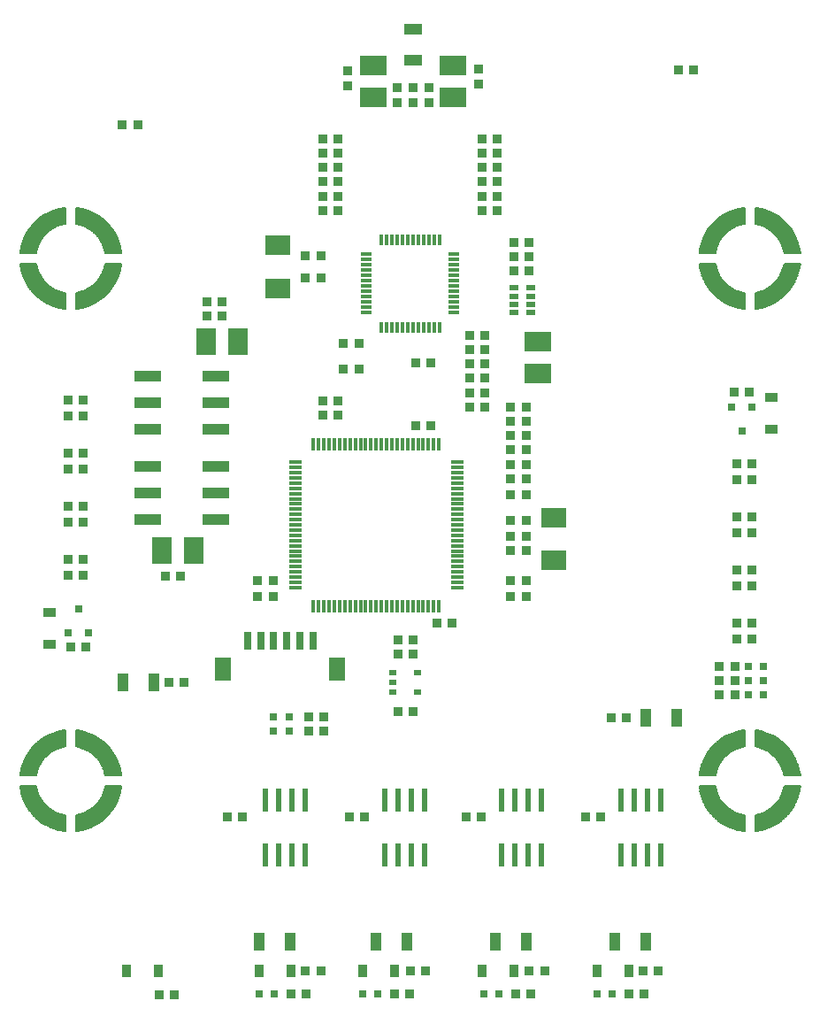
<source format=gtp>
G75*
%MOIN*%
%OFA0B0*%
%FSLAX24Y24*%
%IPPOS*%
%LPD*%
%AMOC8*
5,1,8,0,0,1.08239X$1,22.5*
%
%ADD10R,0.0315X0.0217*%
%ADD11R,0.0120X0.0400*%
%ADD12R,0.0400X0.0120*%
%ADD13R,0.0472X0.0118*%
%ADD14R,0.0118X0.0472*%
%ADD15R,0.0300X0.0300*%
%ADD16R,0.0945X0.0748*%
%ADD17R,0.0320X0.0360*%
%ADD18R,0.0360X0.0320*%
%ADD19R,0.0984X0.0768*%
%ADD20R,0.0768X0.0984*%
%ADD21R,0.0709X0.0394*%
%ADD22R,0.0394X0.0709*%
%ADD23R,0.0276X0.0709*%
%ADD24R,0.0630X0.0866*%
%ADD25R,0.0984X0.0394*%
%ADD26R,0.0354X0.0197*%
%ADD27C,0.0050*%
%ADD28R,0.0236X0.0866*%
%ADD29R,0.0472X0.0335*%
%ADD30R,0.0335X0.0472*%
D10*
X018988Y015386D03*
X018988Y015760D03*
X018988Y016134D03*
X019932Y016134D03*
X019932Y015386D03*
D11*
X019940Y029150D03*
X019740Y029150D03*
X019540Y029150D03*
X019340Y029150D03*
X019140Y029150D03*
X018940Y029150D03*
X018740Y029150D03*
X018540Y029150D03*
X020140Y029150D03*
X020340Y029150D03*
X020540Y029150D03*
X020740Y029150D03*
X020740Y032450D03*
X020540Y032450D03*
X020340Y032450D03*
X020140Y032450D03*
X019940Y032450D03*
X019740Y032450D03*
X019540Y032450D03*
X019340Y032450D03*
X019140Y032450D03*
X018940Y032450D03*
X018740Y032450D03*
X018540Y032450D03*
D12*
X017990Y031900D03*
X017990Y031700D03*
X017990Y031500D03*
X017990Y031300D03*
X017990Y031100D03*
X017990Y030900D03*
X017990Y030700D03*
X017990Y030500D03*
X017990Y030300D03*
X017990Y030100D03*
X017990Y029900D03*
X017990Y029700D03*
X021290Y029700D03*
X021290Y029900D03*
X021290Y030100D03*
X021290Y030300D03*
X021290Y030500D03*
X021290Y030700D03*
X021290Y030900D03*
X021290Y031100D03*
X021290Y031300D03*
X021290Y031500D03*
X021290Y031700D03*
X021290Y031900D03*
D13*
X021411Y024062D03*
X021411Y023865D03*
X021411Y023669D03*
X021411Y023472D03*
X021411Y023275D03*
X021411Y023078D03*
X021411Y022881D03*
X021411Y022684D03*
X021411Y022487D03*
X021411Y022291D03*
X021411Y022094D03*
X021411Y021897D03*
X021411Y021700D03*
X021411Y021503D03*
X021411Y021306D03*
X021411Y021109D03*
X021411Y020913D03*
X021411Y020716D03*
X021411Y020519D03*
X021411Y020322D03*
X021411Y020125D03*
X021411Y019928D03*
X021411Y019731D03*
X021411Y019535D03*
X021411Y019338D03*
X015309Y019338D03*
X015309Y019535D03*
X015309Y019731D03*
X015309Y019928D03*
X015309Y020125D03*
X015309Y020322D03*
X015309Y020519D03*
X015309Y020716D03*
X015309Y020913D03*
X015309Y021109D03*
X015309Y021306D03*
X015309Y021503D03*
X015309Y021700D03*
X015309Y021897D03*
X015309Y022094D03*
X015309Y022291D03*
X015309Y022487D03*
X015309Y022684D03*
X015309Y022881D03*
X015309Y023078D03*
X015309Y023275D03*
X015309Y023472D03*
X015309Y023669D03*
X015309Y023865D03*
X015309Y024062D03*
D14*
X015998Y024751D03*
X016195Y024751D03*
X016391Y024751D03*
X016588Y024751D03*
X016785Y024751D03*
X016982Y024751D03*
X017179Y024751D03*
X017376Y024751D03*
X017573Y024751D03*
X017769Y024751D03*
X017966Y024751D03*
X018163Y024751D03*
X018360Y024751D03*
X018557Y024751D03*
X018754Y024751D03*
X018951Y024751D03*
X019147Y024751D03*
X019344Y024751D03*
X019541Y024751D03*
X019738Y024751D03*
X019935Y024751D03*
X020132Y024751D03*
X020329Y024751D03*
X020525Y024751D03*
X020722Y024751D03*
X020722Y018649D03*
X020525Y018649D03*
X020329Y018649D03*
X020132Y018649D03*
X019935Y018649D03*
X019738Y018649D03*
X019541Y018649D03*
X019344Y018649D03*
X019147Y018649D03*
X018951Y018649D03*
X018754Y018649D03*
X018557Y018649D03*
X018360Y018649D03*
X018163Y018649D03*
X017966Y018649D03*
X017769Y018649D03*
X017573Y018649D03*
X017376Y018649D03*
X017179Y018649D03*
X016982Y018649D03*
X016785Y018649D03*
X016588Y018649D03*
X016391Y018649D03*
X016195Y018649D03*
X015998Y018649D03*
D15*
X015070Y014460D03*
X015070Y013920D03*
X014490Y013920D03*
X014490Y014460D03*
X007515Y017650D03*
X006765Y017650D03*
X007140Y018550D03*
X013950Y004020D03*
X014530Y004020D03*
X017850Y004020D03*
X018430Y004020D03*
X022410Y004020D03*
X022990Y004020D03*
X026670Y004020D03*
X027250Y004020D03*
X032370Y015300D03*
X032370Y015840D03*
X032370Y016380D03*
X032950Y016380D03*
X032950Y015840D03*
X032950Y015300D03*
X032140Y025250D03*
X031765Y026150D03*
X032515Y026150D03*
D16*
X025040Y021967D03*
X025040Y020353D03*
X014660Y030613D03*
X014660Y032227D03*
D17*
X015690Y031840D03*
X016270Y031840D03*
X016270Y031000D03*
X015690Y031000D03*
X017130Y028540D03*
X017710Y028540D03*
X017710Y027580D03*
X017130Y027580D03*
X016930Y026380D03*
X016930Y025840D03*
X016350Y025840D03*
X016350Y026380D03*
X019850Y025440D03*
X020430Y025440D03*
X021870Y026140D03*
X021870Y026680D03*
X021870Y027220D03*
X021870Y027760D03*
X021870Y028300D03*
X021870Y028840D03*
X022450Y028840D03*
X022450Y028300D03*
X022450Y027760D03*
X022450Y027220D03*
X022450Y026680D03*
X022450Y026140D03*
X023430Y026140D03*
X024010Y026140D03*
X024010Y025600D03*
X024010Y025060D03*
X024010Y024520D03*
X024010Y023980D03*
X024010Y023440D03*
X023430Y023440D03*
X023430Y023980D03*
X023430Y024520D03*
X023430Y025060D03*
X023430Y025600D03*
X023430Y022840D03*
X024010Y022840D03*
X024010Y021880D03*
X023430Y021880D03*
X023430Y021280D03*
X023430Y020740D03*
X024010Y020740D03*
X024010Y021280D03*
X024010Y019600D03*
X023430Y019600D03*
X023430Y019000D03*
X024010Y019000D03*
X021230Y018000D03*
X020650Y018000D03*
X019750Y017380D03*
X019750Y016840D03*
X019170Y016840D03*
X019170Y017380D03*
X019170Y014680D03*
X019750Y014680D03*
X016390Y014460D03*
X016390Y013920D03*
X015810Y013920D03*
X015810Y014460D03*
X017350Y010700D03*
X017930Y010700D03*
X021750Y010700D03*
X022330Y010700D03*
X026250Y010700D03*
X026830Y010700D03*
X027210Y014440D03*
X027790Y014440D03*
X031290Y015300D03*
X031290Y015840D03*
X031290Y016380D03*
X031870Y016380D03*
X031870Y015840D03*
X031870Y015300D03*
X031950Y017400D03*
X032530Y017400D03*
X032530Y018000D03*
X031950Y018000D03*
X031950Y019400D03*
X032530Y019400D03*
X032530Y020000D03*
X031950Y020000D03*
X031950Y021400D03*
X032530Y021400D03*
X032530Y022000D03*
X031950Y022000D03*
X031950Y023400D03*
X032530Y023400D03*
X032530Y024000D03*
X031950Y024000D03*
X031850Y026700D03*
X032430Y026700D03*
X024130Y031260D03*
X024130Y031800D03*
X024130Y032340D03*
X023550Y032340D03*
X023550Y031800D03*
X023550Y031260D03*
X022930Y033540D03*
X022930Y034080D03*
X022930Y034620D03*
X022930Y035160D03*
X022930Y035700D03*
X022930Y036240D03*
X022350Y036240D03*
X022350Y035700D03*
X022350Y035160D03*
X022350Y034620D03*
X022350Y034080D03*
X022350Y033540D03*
X016930Y033540D03*
X016930Y034080D03*
X016930Y034620D03*
X016930Y035160D03*
X016930Y035700D03*
X016930Y036240D03*
X016350Y036240D03*
X016350Y035700D03*
X016350Y035160D03*
X016350Y034620D03*
X016350Y034080D03*
X016350Y033540D03*
X012550Y030100D03*
X012550Y029560D03*
X011970Y029560D03*
X011970Y030100D03*
X007330Y026400D03*
X006750Y026400D03*
X006750Y025800D03*
X007330Y025800D03*
X007330Y024400D03*
X006750Y024400D03*
X006750Y023800D03*
X007330Y023800D03*
X007330Y022400D03*
X006750Y022400D03*
X006750Y021800D03*
X007330Y021800D03*
X007330Y020400D03*
X006750Y020400D03*
X006750Y019800D03*
X007330Y019800D03*
X007430Y017100D03*
X006850Y017100D03*
X010550Y015780D03*
X011130Y015780D03*
X013890Y019000D03*
X013890Y019600D03*
X014470Y019600D03*
X014470Y019000D03*
X010990Y019780D03*
X010410Y019780D03*
X012750Y010700D03*
X013330Y010700D03*
X015690Y004900D03*
X016270Y004900D03*
X015730Y004020D03*
X015150Y004020D03*
X019050Y004020D03*
X019630Y004020D03*
X019650Y004900D03*
X020230Y004900D03*
X023610Y004020D03*
X024190Y004020D03*
X024130Y004900D03*
X024710Y004900D03*
X027870Y004020D03*
X028450Y004020D03*
X028410Y004900D03*
X028990Y004900D03*
X010750Y004000D03*
X010170Y004000D03*
X019850Y027800D03*
X020430Y027800D03*
X029750Y038820D03*
X030330Y038820D03*
X009370Y036780D03*
X008790Y036780D03*
D18*
X017300Y038230D03*
X017300Y038810D03*
X019140Y038170D03*
X019140Y037590D03*
X019740Y037590D03*
X019740Y038170D03*
X020340Y038170D03*
X020340Y037590D03*
X022220Y038290D03*
X022220Y038870D03*
D19*
X021240Y039000D03*
X021240Y037800D03*
X018240Y037800D03*
X018240Y039000D03*
X024440Y028600D03*
X024440Y027400D03*
D20*
X013160Y028600D03*
X011960Y028600D03*
X011500Y020720D03*
X010300Y020720D03*
D21*
X019760Y039189D03*
X019760Y040371D03*
D22*
X009991Y015780D03*
X008809Y015780D03*
X013949Y006000D03*
X015131Y006000D03*
X018349Y006000D03*
X019531Y006000D03*
X022849Y006000D03*
X024031Y006000D03*
X027349Y006000D03*
X028531Y006000D03*
X028509Y014440D03*
X029691Y014440D03*
D23*
X015970Y017323D03*
X015478Y017323D03*
X014986Y017323D03*
X014494Y017323D03*
X014002Y017323D03*
X013510Y017323D03*
D24*
X012584Y016260D03*
X016896Y016260D03*
D25*
X012320Y021900D03*
X012320Y022900D03*
X012320Y023900D03*
X012320Y025300D03*
X012320Y026300D03*
X012320Y027300D03*
X009760Y027300D03*
X009760Y026300D03*
X009760Y025300D03*
X009760Y023900D03*
X009760Y022900D03*
X009760Y021900D03*
D26*
X023565Y029688D03*
X023565Y030003D03*
X023565Y030317D03*
X023565Y030632D03*
X024195Y030632D03*
X024195Y030317D03*
X024195Y030003D03*
X024195Y029688D03*
D27*
X030574Y031310D02*
X030642Y031083D01*
X030737Y030867D01*
X030858Y030664D01*
X031003Y030478D01*
X031170Y030311D01*
X031357Y030166D01*
X031560Y030044D01*
X031776Y029949D01*
X032002Y029882D01*
X032235Y029843D01*
X032235Y030443D01*
X032055Y030483D01*
X031882Y030549D01*
X031721Y030638D01*
X031573Y030749D01*
X031442Y030880D01*
X031331Y031028D01*
X031242Y031190D01*
X031176Y031362D01*
X031135Y031543D01*
X030535Y031543D01*
X030574Y031310D01*
X030575Y031309D02*
X031196Y031309D01*
X031178Y031358D02*
X030566Y031358D01*
X030558Y031406D02*
X031166Y031406D01*
X031155Y031455D02*
X030550Y031455D01*
X030542Y031503D02*
X031144Y031503D01*
X031215Y031261D02*
X030589Y031261D01*
X030604Y031212D02*
X031233Y031212D01*
X031256Y031164D02*
X030618Y031164D01*
X030633Y031115D02*
X031283Y031115D01*
X031310Y031067D02*
X030649Y031067D01*
X030671Y031018D02*
X031338Y031018D01*
X031375Y030970D02*
X030692Y030970D01*
X030713Y030921D02*
X031411Y030921D01*
X031450Y030873D02*
X030735Y030873D01*
X030763Y030824D02*
X031498Y030824D01*
X031547Y030776D02*
X030792Y030776D01*
X030821Y030727D02*
X031603Y030727D01*
X031667Y030679D02*
X030850Y030679D01*
X030885Y030630D02*
X031736Y030630D01*
X031824Y030582D02*
X030923Y030582D01*
X030960Y030533D02*
X031925Y030533D01*
X032052Y030485D02*
X030998Y030485D01*
X031045Y030436D02*
X032235Y030436D01*
X032235Y030388D02*
X031094Y030388D01*
X031142Y030339D02*
X032235Y030339D01*
X032235Y030291D02*
X031196Y030291D01*
X031259Y030242D02*
X032235Y030242D01*
X032235Y030194D02*
X031321Y030194D01*
X031391Y030145D02*
X032235Y030145D01*
X032235Y030097D02*
X031472Y030097D01*
X031554Y030048D02*
X032235Y030048D01*
X032235Y030000D02*
X031662Y030000D01*
X031772Y029951D02*
X032235Y029951D01*
X032235Y029903D02*
X031933Y029903D01*
X032167Y029854D02*
X032235Y029854D01*
X032635Y029854D02*
X032704Y029854D01*
X032635Y029843D02*
X032868Y029882D01*
X033095Y029949D01*
X033311Y030044D01*
X033514Y030166D01*
X033700Y030311D01*
X033867Y030478D01*
X034012Y030664D01*
X034133Y030867D01*
X034228Y031083D01*
X034296Y031310D01*
X034335Y031543D01*
X033735Y031543D01*
X033694Y031362D01*
X033629Y031190D01*
X033539Y031028D01*
X033428Y030880D01*
X033298Y030749D01*
X033150Y030638D01*
X032988Y030549D01*
X032815Y030483D01*
X032635Y030443D01*
X032635Y029843D01*
X032635Y029903D02*
X032938Y029903D01*
X033098Y029951D02*
X032635Y029951D01*
X032635Y030000D02*
X033209Y030000D01*
X033317Y030048D02*
X032635Y030048D01*
X032635Y030097D02*
X033398Y030097D01*
X033479Y030145D02*
X032635Y030145D01*
X032635Y030194D02*
X033550Y030194D01*
X033612Y030242D02*
X032635Y030242D01*
X032635Y030291D02*
X033674Y030291D01*
X033728Y030339D02*
X032635Y030339D01*
X032635Y030388D02*
X033777Y030388D01*
X033825Y030436D02*
X032635Y030436D01*
X032819Y030485D02*
X033872Y030485D01*
X033910Y030533D02*
X032946Y030533D01*
X033047Y030582D02*
X033948Y030582D01*
X033986Y030630D02*
X033135Y030630D01*
X033203Y030679D02*
X034021Y030679D01*
X034050Y030727D02*
X033268Y030727D01*
X033324Y030776D02*
X034079Y030776D01*
X034108Y030824D02*
X033372Y030824D01*
X033421Y030873D02*
X034136Y030873D01*
X034157Y030921D02*
X033459Y030921D01*
X033496Y030970D02*
X034178Y030970D01*
X034200Y031018D02*
X033532Y031018D01*
X033561Y031067D02*
X034221Y031067D01*
X034238Y031115D02*
X033588Y031115D01*
X033614Y031164D02*
X034252Y031164D01*
X034267Y031212D02*
X033637Y031212D01*
X033656Y031261D02*
X034281Y031261D01*
X034296Y031309D02*
X033674Y031309D01*
X033693Y031358D02*
X034304Y031358D01*
X034312Y031406D02*
X033704Y031406D01*
X033715Y031455D02*
X034320Y031455D01*
X034329Y031503D02*
X033726Y031503D01*
X033735Y031943D02*
X034335Y031943D01*
X034296Y032175D01*
X034228Y032402D01*
X034133Y032618D01*
X034012Y032821D01*
X033867Y033007D01*
X033700Y033174D01*
X033514Y033320D01*
X033311Y033441D01*
X033095Y033536D01*
X032868Y033603D01*
X032635Y033643D01*
X032635Y033043D01*
X032815Y033002D01*
X032988Y032936D01*
X033150Y032847D01*
X033298Y032736D01*
X033428Y032605D01*
X033539Y032457D01*
X033629Y032295D01*
X033694Y032123D01*
X033735Y031943D01*
X033725Y031988D02*
X034328Y031988D01*
X034319Y032037D02*
X033714Y032037D01*
X033703Y032085D02*
X034311Y032085D01*
X034303Y032134D02*
X033690Y032134D01*
X033672Y032182D02*
X034294Y032182D01*
X034280Y032231D02*
X033653Y032231D01*
X033635Y032279D02*
X034265Y032279D01*
X034251Y032328D02*
X033611Y032328D01*
X033584Y032376D02*
X034236Y032376D01*
X034218Y032425D02*
X033557Y032425D01*
X033528Y032473D02*
X034197Y032473D01*
X034176Y032522D02*
X033491Y032522D01*
X033455Y032570D02*
X034154Y032570D01*
X034133Y032619D02*
X033415Y032619D01*
X033366Y032667D02*
X034104Y032667D01*
X034075Y032716D02*
X033318Y032716D01*
X033260Y032764D02*
X034046Y032764D01*
X034017Y032813D02*
X033195Y032813D01*
X033124Y032861D02*
X033981Y032861D01*
X033943Y032910D02*
X033036Y032910D01*
X032930Y032958D02*
X033906Y032958D01*
X033868Y033007D02*
X032794Y033007D01*
X032635Y033055D02*
X033819Y033055D01*
X033771Y033104D02*
X032635Y033104D01*
X032635Y033152D02*
X033722Y033152D01*
X033666Y033201D02*
X032635Y033201D01*
X032635Y033249D02*
X033604Y033249D01*
X033542Y033298D02*
X032635Y033298D01*
X032635Y033346D02*
X033469Y033346D01*
X033388Y033395D02*
X032635Y033395D01*
X032635Y033443D02*
X033305Y033443D01*
X033195Y033492D02*
X032635Y033492D01*
X032635Y033540D02*
X033080Y033540D01*
X032918Y033589D02*
X032635Y033589D01*
X032635Y033637D02*
X032668Y033637D01*
X032235Y033637D02*
X032203Y033637D01*
X032235Y033643D02*
X032002Y033603D01*
X031776Y033536D01*
X031560Y033441D01*
X031357Y033320D01*
X031170Y033174D01*
X031003Y033007D01*
X032077Y033007D01*
X032055Y033002D02*
X032235Y033043D01*
X032235Y033643D01*
X032235Y033589D02*
X031953Y033589D01*
X031791Y033540D02*
X032235Y033540D01*
X032235Y033492D02*
X031676Y033492D01*
X031565Y033443D02*
X032235Y033443D01*
X032235Y033395D02*
X031483Y033395D01*
X031401Y033346D02*
X032235Y033346D01*
X032235Y033298D02*
X031329Y033298D01*
X031266Y033249D02*
X032235Y033249D01*
X032235Y033201D02*
X031204Y033201D01*
X031148Y033152D02*
X032235Y033152D01*
X032235Y033104D02*
X031100Y033104D01*
X031051Y033055D02*
X032235Y033055D01*
X032055Y033002D02*
X031882Y032936D01*
X031721Y032847D01*
X031573Y032736D01*
X031442Y032605D01*
X031331Y032457D01*
X031242Y032295D01*
X031176Y032123D01*
X031135Y031943D01*
X030535Y031943D01*
X030574Y032175D01*
X030642Y032402D01*
X030737Y032618D01*
X030858Y032821D01*
X031003Y033007D01*
X030965Y032958D02*
X031940Y032958D01*
X031835Y032910D02*
X030927Y032910D01*
X030889Y032861D02*
X031747Y032861D01*
X031675Y032813D02*
X030853Y032813D01*
X030824Y032764D02*
X031611Y032764D01*
X031553Y032716D02*
X030795Y032716D01*
X030766Y032667D02*
X031504Y032667D01*
X031456Y032619D02*
X030738Y032619D01*
X030716Y032570D02*
X031416Y032570D01*
X031379Y032522D02*
X030695Y032522D01*
X030673Y032473D02*
X031343Y032473D01*
X031313Y032425D02*
X030652Y032425D01*
X030634Y032376D02*
X031286Y032376D01*
X031260Y032328D02*
X030620Y032328D01*
X030605Y032279D02*
X031236Y032279D01*
X031217Y032231D02*
X030591Y032231D01*
X030576Y032182D02*
X031199Y032182D01*
X031180Y032134D02*
X030567Y032134D01*
X030559Y032085D02*
X031168Y032085D01*
X031157Y032037D02*
X030551Y032037D01*
X030543Y031988D02*
X031146Y031988D01*
X032235Y013957D02*
X032002Y013918D01*
X031776Y013851D01*
X031560Y013756D01*
X031357Y013634D01*
X031170Y013489D01*
X031003Y013322D01*
X030858Y013136D01*
X030737Y012933D01*
X030642Y012717D01*
X030574Y012490D01*
X030535Y012257D01*
X031135Y012257D01*
X031176Y012438D01*
X031242Y012610D01*
X031331Y012772D01*
X031442Y012920D01*
X031573Y013051D01*
X031721Y013162D01*
X031882Y013251D01*
X032055Y013317D01*
X032235Y013357D01*
X032235Y013957D01*
X032235Y013946D02*
X032167Y013946D01*
X032235Y013897D02*
X031933Y013897D01*
X031772Y013849D02*
X032235Y013849D01*
X032235Y013800D02*
X031662Y013800D01*
X031554Y013752D02*
X032235Y013752D01*
X032235Y013703D02*
X031472Y013703D01*
X031391Y013655D02*
X032235Y013655D01*
X032235Y013606D02*
X031321Y013606D01*
X031259Y013558D02*
X032235Y013558D01*
X032235Y013509D02*
X031196Y013509D01*
X031142Y013461D02*
X032235Y013461D01*
X032235Y013412D02*
X031094Y013412D01*
X031045Y013364D02*
X032235Y013364D01*
X032052Y013315D02*
X030998Y013315D01*
X030960Y013267D02*
X031925Y013267D01*
X031824Y013218D02*
X030923Y013218D01*
X030885Y013170D02*
X031736Y013170D01*
X031667Y013121D02*
X030850Y013121D01*
X030821Y013073D02*
X031603Y013073D01*
X031547Y013024D02*
X030792Y013024D01*
X030763Y012976D02*
X031498Y012976D01*
X031450Y012927D02*
X030735Y012927D01*
X030713Y012879D02*
X031411Y012879D01*
X031375Y012830D02*
X030692Y012830D01*
X030671Y012782D02*
X031338Y012782D01*
X031310Y012733D02*
X030649Y012733D01*
X030633Y012685D02*
X031283Y012685D01*
X031256Y012636D02*
X030618Y012636D01*
X030604Y012588D02*
X031233Y012588D01*
X031215Y012539D02*
X030589Y012539D01*
X030575Y012491D02*
X031196Y012491D01*
X031178Y012442D02*
X030566Y012442D01*
X030558Y012394D02*
X031166Y012394D01*
X031155Y012345D02*
X030550Y012345D01*
X030542Y012297D02*
X031144Y012297D01*
X031135Y011857D02*
X030535Y011857D01*
X030574Y011625D01*
X030642Y011398D01*
X030737Y011182D01*
X030858Y010979D01*
X031003Y010793D01*
X032077Y010793D01*
X032055Y010798D02*
X031882Y010864D01*
X031721Y010953D01*
X031573Y011064D01*
X031442Y011195D01*
X031331Y011343D01*
X031242Y011505D01*
X031176Y011677D01*
X031135Y011857D01*
X031146Y011812D02*
X030543Y011812D01*
X030551Y011763D02*
X031157Y011763D01*
X031168Y011715D02*
X030559Y011715D01*
X030567Y011666D02*
X031180Y011666D01*
X031199Y011618D02*
X030576Y011618D01*
X030591Y011569D02*
X031217Y011569D01*
X031236Y011521D02*
X030605Y011521D01*
X030620Y011472D02*
X031260Y011472D01*
X031286Y011424D02*
X030634Y011424D01*
X030652Y011375D02*
X031313Y011375D01*
X031343Y011327D02*
X030673Y011327D01*
X030695Y011278D02*
X031379Y011278D01*
X031416Y011230D02*
X030716Y011230D01*
X030738Y011181D02*
X031456Y011181D01*
X031504Y011133D02*
X030766Y011133D01*
X030795Y011084D02*
X031553Y011084D01*
X031611Y011036D02*
X030824Y011036D01*
X030853Y010987D02*
X031675Y010987D01*
X031747Y010939D02*
X030889Y010939D01*
X030927Y010890D02*
X031835Y010890D01*
X031940Y010842D02*
X030965Y010842D01*
X031003Y010793D02*
X031170Y010626D01*
X031357Y010480D01*
X031560Y010359D01*
X031776Y010264D01*
X032002Y010197D01*
X032235Y010157D01*
X032235Y010757D01*
X032055Y010798D01*
X032235Y010745D02*
X031051Y010745D01*
X031100Y010696D02*
X032235Y010696D01*
X032235Y010648D02*
X031148Y010648D01*
X031204Y010599D02*
X032235Y010599D01*
X032235Y010551D02*
X031266Y010551D01*
X031329Y010502D02*
X032235Y010502D01*
X032235Y010454D02*
X031401Y010454D01*
X031483Y010405D02*
X032235Y010405D01*
X032235Y010357D02*
X031565Y010357D01*
X031676Y010308D02*
X032235Y010308D01*
X032235Y010260D02*
X031791Y010260D01*
X031953Y010211D02*
X032235Y010211D01*
X032235Y010163D02*
X032203Y010163D01*
X032635Y010163D02*
X032668Y010163D01*
X032635Y010157D02*
X032868Y010197D01*
X033095Y010264D01*
X033311Y010359D01*
X033514Y010480D01*
X033700Y010626D01*
X033867Y010793D01*
X034012Y010979D01*
X034133Y011182D01*
X034228Y011398D01*
X034296Y011625D01*
X034335Y011857D01*
X033735Y011857D01*
X033694Y011677D01*
X033629Y011505D01*
X033539Y011343D01*
X033428Y011195D01*
X033298Y011064D01*
X033150Y010953D01*
X032988Y010864D01*
X032815Y010798D01*
X032635Y010757D01*
X032635Y010157D01*
X032635Y010211D02*
X032918Y010211D01*
X033080Y010260D02*
X032635Y010260D01*
X032635Y010308D02*
X033195Y010308D01*
X033305Y010357D02*
X032635Y010357D01*
X032635Y010405D02*
X033388Y010405D01*
X033469Y010454D02*
X032635Y010454D01*
X032635Y010502D02*
X033542Y010502D01*
X033604Y010551D02*
X032635Y010551D01*
X032635Y010599D02*
X033666Y010599D01*
X033722Y010648D02*
X032635Y010648D01*
X032635Y010696D02*
X033771Y010696D01*
X033819Y010745D02*
X032635Y010745D01*
X032794Y010793D02*
X033868Y010793D01*
X033906Y010842D02*
X032930Y010842D01*
X033036Y010890D02*
X033943Y010890D01*
X033981Y010939D02*
X033124Y010939D01*
X033195Y010987D02*
X034017Y010987D01*
X034046Y011036D02*
X033260Y011036D01*
X033318Y011084D02*
X034075Y011084D01*
X034104Y011133D02*
X033366Y011133D01*
X033415Y011181D02*
X034133Y011181D01*
X034154Y011230D02*
X033455Y011230D01*
X033491Y011278D02*
X034176Y011278D01*
X034197Y011327D02*
X033528Y011327D01*
X033557Y011375D02*
X034218Y011375D01*
X034236Y011424D02*
X033584Y011424D01*
X033611Y011472D02*
X034251Y011472D01*
X034265Y011521D02*
X033635Y011521D01*
X033653Y011569D02*
X034280Y011569D01*
X034294Y011618D02*
X033672Y011618D01*
X033690Y011666D02*
X034303Y011666D01*
X034311Y011715D02*
X033703Y011715D01*
X033714Y011763D02*
X034319Y011763D01*
X034328Y011812D02*
X033725Y011812D01*
X033735Y012257D02*
X034335Y012257D01*
X034296Y012490D01*
X034228Y012717D01*
X034133Y012933D01*
X034012Y013136D01*
X033867Y013322D01*
X033700Y013489D01*
X033514Y013634D01*
X033311Y013756D01*
X033095Y013851D01*
X032868Y013918D01*
X032635Y013957D01*
X032635Y013357D01*
X032815Y013317D01*
X032988Y013251D01*
X033150Y013162D01*
X033298Y013051D01*
X033428Y012920D01*
X033539Y012772D01*
X033629Y012610D01*
X033694Y012438D01*
X033735Y012257D01*
X033726Y012297D02*
X034329Y012297D01*
X034320Y012345D02*
X033715Y012345D01*
X033704Y012394D02*
X034312Y012394D01*
X034304Y012442D02*
X033693Y012442D01*
X033674Y012491D02*
X034296Y012491D01*
X034281Y012539D02*
X033656Y012539D01*
X033637Y012588D02*
X034267Y012588D01*
X034252Y012636D02*
X033614Y012636D01*
X033588Y012685D02*
X034238Y012685D01*
X034221Y012733D02*
X033561Y012733D01*
X033532Y012782D02*
X034200Y012782D01*
X034178Y012830D02*
X033496Y012830D01*
X033459Y012879D02*
X034157Y012879D01*
X034136Y012927D02*
X033421Y012927D01*
X033372Y012976D02*
X034108Y012976D01*
X034079Y013024D02*
X033324Y013024D01*
X033268Y013073D02*
X034050Y013073D01*
X034021Y013121D02*
X033203Y013121D01*
X033135Y013170D02*
X033986Y013170D01*
X033948Y013218D02*
X033047Y013218D01*
X032946Y013267D02*
X033910Y013267D01*
X033872Y013315D02*
X032819Y013315D01*
X032635Y013364D02*
X033825Y013364D01*
X033777Y013412D02*
X032635Y013412D01*
X032635Y013461D02*
X033728Y013461D01*
X033674Y013509D02*
X032635Y013509D01*
X032635Y013558D02*
X033612Y013558D01*
X033550Y013606D02*
X032635Y013606D01*
X032635Y013655D02*
X033479Y013655D01*
X033398Y013703D02*
X032635Y013703D01*
X032635Y013752D02*
X033317Y013752D01*
X033209Y013800D02*
X032635Y013800D01*
X032635Y013849D02*
X033098Y013849D01*
X032938Y013897D02*
X032635Y013897D01*
X032635Y013946D02*
X032704Y013946D01*
X008745Y012257D02*
X008706Y012490D01*
X008638Y012717D01*
X008543Y012933D01*
X008422Y013136D01*
X008277Y013322D01*
X008110Y013489D01*
X007923Y013634D01*
X007720Y013756D01*
X007504Y013851D01*
X007278Y013918D01*
X007045Y013957D01*
X007045Y013357D01*
X007225Y013317D01*
X007398Y013251D01*
X007559Y013162D01*
X007707Y013051D01*
X007838Y012920D01*
X007949Y012772D01*
X008038Y012610D01*
X008104Y012438D01*
X008145Y012257D01*
X008745Y012257D01*
X008738Y012297D02*
X008136Y012297D01*
X008125Y012345D02*
X008730Y012345D01*
X008722Y012394D02*
X008114Y012394D01*
X008102Y012442D02*
X008714Y012442D01*
X008705Y012491D02*
X008084Y012491D01*
X008065Y012539D02*
X008691Y012539D01*
X008676Y012588D02*
X008047Y012588D01*
X008024Y012636D02*
X008662Y012636D01*
X008647Y012685D02*
X007997Y012685D01*
X007970Y012733D02*
X008631Y012733D01*
X008609Y012782D02*
X007942Y012782D01*
X007905Y012830D02*
X008588Y012830D01*
X008567Y012879D02*
X007869Y012879D01*
X007830Y012927D02*
X008545Y012927D01*
X008517Y012976D02*
X007782Y012976D01*
X007733Y013024D02*
X008488Y013024D01*
X008459Y013073D02*
X007677Y013073D01*
X007613Y013121D02*
X008430Y013121D01*
X008395Y013170D02*
X007544Y013170D01*
X007456Y013218D02*
X008357Y013218D01*
X008320Y013267D02*
X007355Y013267D01*
X007228Y013315D02*
X008282Y013315D01*
X008235Y013364D02*
X007045Y013364D01*
X007045Y013412D02*
X008186Y013412D01*
X008138Y013461D02*
X007045Y013461D01*
X007045Y013509D02*
X008084Y013509D01*
X008021Y013558D02*
X007045Y013558D01*
X007045Y013606D02*
X007959Y013606D01*
X007889Y013655D02*
X007045Y013655D01*
X007045Y013703D02*
X007808Y013703D01*
X007726Y013752D02*
X007045Y013752D01*
X007045Y013800D02*
X007618Y013800D01*
X007508Y013849D02*
X007045Y013849D01*
X007045Y013897D02*
X007347Y013897D01*
X007113Y013946D02*
X007045Y013946D01*
X006645Y013946D02*
X006576Y013946D01*
X006645Y013957D02*
X006412Y013918D01*
X006185Y013851D01*
X005969Y013756D01*
X005766Y013634D01*
X005580Y013489D01*
X005413Y013322D01*
X005268Y013136D01*
X005147Y012933D01*
X005052Y012717D01*
X004984Y012490D01*
X004945Y012257D01*
X005545Y012257D01*
X005586Y012438D01*
X005651Y012610D01*
X005741Y012772D01*
X005852Y012920D01*
X005982Y013051D01*
X006130Y013162D01*
X006292Y013251D01*
X006465Y013317D01*
X006645Y013357D01*
X006645Y013957D01*
X006645Y013897D02*
X006342Y013897D01*
X006182Y013849D02*
X006645Y013849D01*
X006645Y013800D02*
X006071Y013800D01*
X005963Y013752D02*
X006645Y013752D01*
X006645Y013703D02*
X005882Y013703D01*
X005801Y013655D02*
X006645Y013655D01*
X006645Y013606D02*
X005730Y013606D01*
X005668Y013558D02*
X006645Y013558D01*
X006645Y013509D02*
X005606Y013509D01*
X005552Y013461D02*
X006645Y013461D01*
X006645Y013412D02*
X005503Y013412D01*
X005455Y013364D02*
X006645Y013364D01*
X006461Y013315D02*
X005408Y013315D01*
X005370Y013267D02*
X006334Y013267D01*
X006233Y013218D02*
X005332Y013218D01*
X005294Y013170D02*
X006145Y013170D01*
X006077Y013121D02*
X005259Y013121D01*
X005230Y013073D02*
X006012Y013073D01*
X005956Y013024D02*
X005201Y013024D01*
X005172Y012976D02*
X005908Y012976D01*
X005859Y012927D02*
X005144Y012927D01*
X005123Y012879D02*
X005821Y012879D01*
X005784Y012830D02*
X005102Y012830D01*
X005080Y012782D02*
X005748Y012782D01*
X005719Y012733D02*
X005059Y012733D01*
X005042Y012685D02*
X005692Y012685D01*
X005666Y012636D02*
X005028Y012636D01*
X005013Y012588D02*
X005643Y012588D01*
X005624Y012539D02*
X004999Y012539D01*
X004984Y012491D02*
X005606Y012491D01*
X005587Y012442D02*
X004976Y012442D01*
X004968Y012394D02*
X005576Y012394D01*
X005565Y012345D02*
X004960Y012345D01*
X004951Y012297D02*
X005554Y012297D01*
X005545Y011857D02*
X004945Y011857D01*
X004984Y011625D01*
X005052Y011398D01*
X005147Y011182D01*
X005268Y010979D01*
X005413Y010793D01*
X005580Y010626D01*
X005766Y010480D01*
X005969Y010359D01*
X006185Y010264D01*
X006412Y010197D01*
X006645Y010157D01*
X006645Y010757D01*
X006465Y010798D01*
X006292Y010864D01*
X006130Y010953D01*
X005982Y011064D01*
X005852Y011195D01*
X005741Y011343D01*
X005651Y011505D01*
X005586Y011677D01*
X005545Y011857D01*
X005555Y011812D02*
X004952Y011812D01*
X004961Y011763D02*
X005566Y011763D01*
X005577Y011715D02*
X004969Y011715D01*
X004977Y011666D02*
X005590Y011666D01*
X005608Y011618D02*
X004986Y011618D01*
X005000Y011569D02*
X005627Y011569D01*
X005645Y011521D02*
X005015Y011521D01*
X005029Y011472D02*
X005669Y011472D01*
X005696Y011424D02*
X005044Y011424D01*
X005062Y011375D02*
X005723Y011375D01*
X005752Y011327D02*
X005083Y011327D01*
X005104Y011278D02*
X005789Y011278D01*
X005825Y011230D02*
X005126Y011230D01*
X005147Y011181D02*
X005865Y011181D01*
X005914Y011133D02*
X005176Y011133D01*
X005205Y011084D02*
X005962Y011084D01*
X006020Y011036D02*
X005234Y011036D01*
X005263Y010987D02*
X006085Y010987D01*
X006156Y010939D02*
X005299Y010939D01*
X005337Y010890D02*
X006244Y010890D01*
X006350Y010842D02*
X005374Y010842D01*
X005412Y010793D02*
X006486Y010793D01*
X006645Y010745D02*
X005461Y010745D01*
X005509Y010696D02*
X006645Y010696D01*
X006645Y010648D02*
X005558Y010648D01*
X005614Y010599D02*
X006645Y010599D01*
X006645Y010551D02*
X005676Y010551D01*
X005738Y010502D02*
X006645Y010502D01*
X006645Y010454D02*
X005811Y010454D01*
X005892Y010405D02*
X006645Y010405D01*
X006645Y010357D02*
X005975Y010357D01*
X006085Y010308D02*
X006645Y010308D01*
X006645Y010260D02*
X006200Y010260D01*
X006362Y010211D02*
X006645Y010211D01*
X006645Y010163D02*
X006612Y010163D01*
X007045Y010163D02*
X007077Y010163D01*
X007045Y010157D02*
X007278Y010197D01*
X007504Y010264D01*
X007720Y010359D01*
X007923Y010480D01*
X008110Y010626D01*
X008277Y010793D01*
X007203Y010793D01*
X007225Y010798D02*
X007045Y010757D01*
X007045Y010157D01*
X007045Y010211D02*
X007327Y010211D01*
X007489Y010260D02*
X007045Y010260D01*
X007045Y010308D02*
X007604Y010308D01*
X007715Y010357D02*
X007045Y010357D01*
X007045Y010405D02*
X007797Y010405D01*
X007879Y010454D02*
X007045Y010454D01*
X007045Y010502D02*
X007951Y010502D01*
X008014Y010551D02*
X007045Y010551D01*
X007045Y010599D02*
X008076Y010599D01*
X008132Y010648D02*
X007045Y010648D01*
X007045Y010696D02*
X008180Y010696D01*
X008229Y010745D02*
X007045Y010745D01*
X007225Y010798D02*
X007398Y010864D01*
X007559Y010953D01*
X007707Y011064D01*
X007838Y011195D01*
X007949Y011343D01*
X008038Y011505D01*
X008104Y011677D01*
X008145Y011857D01*
X008745Y011857D01*
X008706Y011625D01*
X008638Y011398D01*
X008543Y011182D01*
X008422Y010979D01*
X008277Y010793D01*
X008315Y010842D02*
X007340Y010842D01*
X007445Y010890D02*
X008353Y010890D01*
X008391Y010939D02*
X007533Y010939D01*
X007605Y010987D02*
X008427Y010987D01*
X008456Y011036D02*
X007669Y011036D01*
X007727Y011084D02*
X008485Y011084D01*
X008514Y011133D02*
X007776Y011133D01*
X007824Y011181D02*
X008542Y011181D01*
X008564Y011230D02*
X007864Y011230D01*
X007901Y011278D02*
X008585Y011278D01*
X008607Y011327D02*
X007937Y011327D01*
X007967Y011375D02*
X008628Y011375D01*
X008646Y011424D02*
X007994Y011424D01*
X008020Y011472D02*
X008660Y011472D01*
X008675Y011521D02*
X008044Y011521D01*
X008063Y011569D02*
X008689Y011569D01*
X008704Y011618D02*
X008081Y011618D01*
X008100Y011666D02*
X008713Y011666D01*
X008721Y011715D02*
X008112Y011715D01*
X008123Y011763D02*
X008729Y011763D01*
X008737Y011812D02*
X008134Y011812D01*
X007045Y029843D02*
X007278Y029882D01*
X007504Y029949D01*
X007720Y030044D01*
X007923Y030166D01*
X008110Y030311D01*
X008277Y030478D01*
X008422Y030664D01*
X008543Y030867D01*
X008638Y031083D01*
X008706Y031310D01*
X008745Y031543D01*
X008145Y031543D01*
X008104Y031362D01*
X008038Y031190D01*
X007949Y031028D01*
X007838Y030880D01*
X007707Y030749D01*
X007559Y030638D01*
X007398Y030549D01*
X007225Y030483D01*
X007045Y030443D01*
X007045Y029843D01*
X007045Y029854D02*
X007113Y029854D01*
X007045Y029903D02*
X007347Y029903D01*
X007508Y029951D02*
X007045Y029951D01*
X007045Y030000D02*
X007618Y030000D01*
X007726Y030048D02*
X007045Y030048D01*
X007045Y030097D02*
X007808Y030097D01*
X007889Y030145D02*
X007045Y030145D01*
X007045Y030194D02*
X007959Y030194D01*
X008021Y030242D02*
X007045Y030242D01*
X007045Y030291D02*
X008084Y030291D01*
X008138Y030339D02*
X007045Y030339D01*
X007045Y030388D02*
X008186Y030388D01*
X008235Y030436D02*
X007045Y030436D01*
X007228Y030485D02*
X008282Y030485D01*
X008320Y030533D02*
X007355Y030533D01*
X007456Y030582D02*
X008357Y030582D01*
X008395Y030630D02*
X007544Y030630D01*
X007613Y030679D02*
X008430Y030679D01*
X008459Y030727D02*
X007677Y030727D01*
X007733Y030776D02*
X008488Y030776D01*
X008517Y030824D02*
X007782Y030824D01*
X007830Y030873D02*
X008545Y030873D01*
X008567Y030921D02*
X007869Y030921D01*
X007905Y030970D02*
X008588Y030970D01*
X008609Y031018D02*
X007942Y031018D01*
X007970Y031067D02*
X008631Y031067D01*
X008647Y031115D02*
X007997Y031115D01*
X008024Y031164D02*
X008662Y031164D01*
X008676Y031212D02*
X008047Y031212D01*
X008065Y031261D02*
X008691Y031261D01*
X008705Y031309D02*
X008084Y031309D01*
X008102Y031358D02*
X008714Y031358D01*
X008722Y031406D02*
X008114Y031406D01*
X008125Y031455D02*
X008730Y031455D01*
X008738Y031503D02*
X008136Y031503D01*
X008145Y031943D02*
X008745Y031943D01*
X008706Y032175D01*
X008638Y032402D01*
X008543Y032618D01*
X008422Y032821D01*
X008277Y033007D01*
X007203Y033007D01*
X007225Y033002D02*
X007398Y032936D01*
X007559Y032847D01*
X007707Y032736D01*
X007838Y032605D01*
X007949Y032457D01*
X008038Y032295D01*
X008104Y032123D01*
X008145Y031943D01*
X008134Y031988D02*
X008737Y031988D01*
X008729Y032037D02*
X008123Y032037D01*
X008112Y032085D02*
X008721Y032085D01*
X008713Y032134D02*
X008100Y032134D01*
X008081Y032182D02*
X008704Y032182D01*
X008689Y032231D02*
X008063Y032231D01*
X008044Y032279D02*
X008675Y032279D01*
X008660Y032328D02*
X008020Y032328D01*
X007994Y032376D02*
X008646Y032376D01*
X008628Y032425D02*
X007967Y032425D01*
X007937Y032473D02*
X008607Y032473D01*
X008585Y032522D02*
X007901Y032522D01*
X007864Y032570D02*
X008564Y032570D01*
X008542Y032619D02*
X007824Y032619D01*
X007776Y032667D02*
X008514Y032667D01*
X008485Y032716D02*
X007727Y032716D01*
X007669Y032764D02*
X008456Y032764D01*
X008427Y032813D02*
X007605Y032813D01*
X007533Y032861D02*
X008391Y032861D01*
X008353Y032910D02*
X007445Y032910D01*
X007340Y032958D02*
X008315Y032958D01*
X008277Y033007D02*
X008110Y033174D01*
X007923Y033320D01*
X007720Y033441D01*
X007504Y033536D01*
X007278Y033603D01*
X007045Y033643D01*
X007045Y033043D01*
X007225Y033002D01*
X007045Y033055D02*
X008229Y033055D01*
X008180Y033104D02*
X007045Y033104D01*
X007045Y033152D02*
X008132Y033152D01*
X008076Y033201D02*
X007045Y033201D01*
X007045Y033249D02*
X008014Y033249D01*
X007951Y033298D02*
X007045Y033298D01*
X007045Y033346D02*
X007879Y033346D01*
X007797Y033395D02*
X007045Y033395D01*
X007045Y033443D02*
X007715Y033443D01*
X007604Y033492D02*
X007045Y033492D01*
X007045Y033540D02*
X007489Y033540D01*
X007327Y033589D02*
X007045Y033589D01*
X007045Y033637D02*
X007077Y033637D01*
X006645Y033637D02*
X006612Y033637D01*
X006645Y033643D02*
X006412Y033603D01*
X006185Y033536D01*
X005969Y033441D01*
X005766Y033320D01*
X005580Y033174D01*
X005413Y033007D01*
X005268Y032821D01*
X005147Y032618D01*
X005052Y032402D01*
X004984Y032175D01*
X004945Y031943D01*
X005545Y031943D01*
X005586Y032123D01*
X005651Y032295D01*
X005741Y032457D01*
X005852Y032605D01*
X005982Y032736D01*
X006130Y032847D01*
X006292Y032936D01*
X006465Y033002D01*
X006645Y033043D01*
X006645Y033643D01*
X006645Y033589D02*
X006362Y033589D01*
X006200Y033540D02*
X006645Y033540D01*
X006645Y033492D02*
X006085Y033492D01*
X005975Y033443D02*
X006645Y033443D01*
X006645Y033395D02*
X005892Y033395D01*
X005811Y033346D02*
X006645Y033346D01*
X006645Y033298D02*
X005738Y033298D01*
X005676Y033249D02*
X006645Y033249D01*
X006645Y033201D02*
X005614Y033201D01*
X005558Y033152D02*
X006645Y033152D01*
X006645Y033104D02*
X005509Y033104D01*
X005461Y033055D02*
X006645Y033055D01*
X006486Y033007D02*
X005412Y033007D01*
X005374Y032958D02*
X006350Y032958D01*
X006244Y032910D02*
X005337Y032910D01*
X005299Y032861D02*
X006156Y032861D01*
X006085Y032813D02*
X005263Y032813D01*
X005234Y032764D02*
X006020Y032764D01*
X005962Y032716D02*
X005205Y032716D01*
X005176Y032667D02*
X005914Y032667D01*
X005865Y032619D02*
X005147Y032619D01*
X005126Y032570D02*
X005825Y032570D01*
X005789Y032522D02*
X005104Y032522D01*
X005083Y032473D02*
X005752Y032473D01*
X005723Y032425D02*
X005062Y032425D01*
X005044Y032376D02*
X005696Y032376D01*
X005669Y032328D02*
X005029Y032328D01*
X005015Y032279D02*
X005645Y032279D01*
X005627Y032231D02*
X005000Y032231D01*
X004986Y032182D02*
X005608Y032182D01*
X005590Y032134D02*
X004977Y032134D01*
X004969Y032085D02*
X005577Y032085D01*
X005566Y032037D02*
X004961Y032037D01*
X004952Y031988D02*
X005555Y031988D01*
X005545Y031543D02*
X004945Y031543D01*
X004984Y031310D01*
X005052Y031083D01*
X005147Y030867D01*
X005268Y030664D01*
X005413Y030478D01*
X005580Y030311D01*
X005766Y030166D01*
X005969Y030044D01*
X006185Y029949D01*
X006412Y029882D01*
X006645Y029843D01*
X006645Y030443D01*
X006465Y030483D01*
X006292Y030549D01*
X006130Y030638D01*
X005982Y030749D01*
X005852Y030880D01*
X005741Y031028D01*
X005651Y031190D01*
X005586Y031362D01*
X005545Y031543D01*
X005554Y031503D02*
X004951Y031503D01*
X004960Y031455D02*
X005565Y031455D01*
X005576Y031406D02*
X004968Y031406D01*
X004976Y031358D02*
X005587Y031358D01*
X005606Y031309D02*
X004984Y031309D01*
X004999Y031261D02*
X005624Y031261D01*
X005643Y031212D02*
X005013Y031212D01*
X005028Y031164D02*
X005666Y031164D01*
X005692Y031115D02*
X005042Y031115D01*
X005059Y031067D02*
X005719Y031067D01*
X005748Y031018D02*
X005080Y031018D01*
X005102Y030970D02*
X005784Y030970D01*
X005821Y030921D02*
X005123Y030921D01*
X005144Y030873D02*
X005859Y030873D01*
X005908Y030824D02*
X005172Y030824D01*
X005201Y030776D02*
X005956Y030776D01*
X006012Y030727D02*
X005230Y030727D01*
X005259Y030679D02*
X006077Y030679D01*
X006145Y030630D02*
X005294Y030630D01*
X005332Y030582D02*
X006233Y030582D01*
X006334Y030533D02*
X005370Y030533D01*
X005408Y030485D02*
X006461Y030485D01*
X006645Y030436D02*
X005455Y030436D01*
X005503Y030388D02*
X006645Y030388D01*
X006645Y030339D02*
X005552Y030339D01*
X005606Y030291D02*
X006645Y030291D01*
X006645Y030242D02*
X005668Y030242D01*
X005730Y030194D02*
X006645Y030194D01*
X006645Y030145D02*
X005801Y030145D01*
X005882Y030097D02*
X006645Y030097D01*
X006645Y030048D02*
X005963Y030048D01*
X006071Y030000D02*
X006645Y030000D01*
X006645Y029951D02*
X006182Y029951D01*
X006342Y029903D02*
X006645Y029903D01*
X006645Y029854D02*
X006576Y029854D01*
D28*
X014190Y011324D03*
X014690Y011324D03*
X015190Y011324D03*
X015690Y011324D03*
X015690Y009276D03*
X015190Y009276D03*
X014690Y009276D03*
X014190Y009276D03*
X018690Y009276D03*
X019190Y009276D03*
X019690Y009276D03*
X020190Y009276D03*
X020190Y011324D03*
X019690Y011324D03*
X019190Y011324D03*
X018690Y011324D03*
X023090Y011324D03*
X023590Y011324D03*
X024090Y011324D03*
X024590Y011324D03*
X024590Y009276D03*
X024090Y009276D03*
X023590Y009276D03*
X023090Y009276D03*
X027590Y009276D03*
X028090Y009276D03*
X028590Y009276D03*
X029090Y009276D03*
X029090Y011324D03*
X028590Y011324D03*
X028090Y011324D03*
X027590Y011324D03*
D29*
X033240Y025300D03*
X033240Y026500D03*
X006040Y018400D03*
X006040Y017200D03*
D30*
X008960Y004900D03*
X010160Y004900D03*
X013940Y004900D03*
X015140Y004900D03*
X017860Y004900D03*
X019060Y004900D03*
X022360Y004900D03*
X023560Y004900D03*
X026680Y004900D03*
X027880Y004900D03*
M02*

</source>
